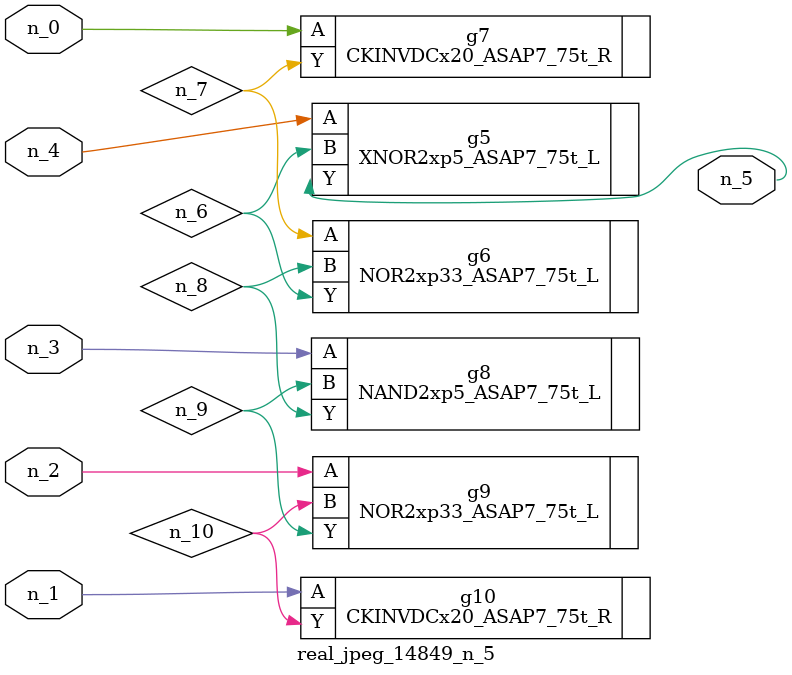
<source format=v>
module real_jpeg_14849_n_5 (n_4, n_0, n_1, n_2, n_3, n_5);

input n_4;
input n_0;
input n_1;
input n_2;
input n_3;

output n_5;

wire n_8;
wire n_6;
wire n_7;
wire n_10;
wire n_9;

CKINVDCx20_ASAP7_75t_R g7 ( 
.A(n_0),
.Y(n_7)
);

CKINVDCx20_ASAP7_75t_R g10 ( 
.A(n_1),
.Y(n_10)
);

NOR2xp33_ASAP7_75t_L g9 ( 
.A(n_2),
.B(n_10),
.Y(n_9)
);

NAND2xp5_ASAP7_75t_L g8 ( 
.A(n_3),
.B(n_9),
.Y(n_8)
);

XNOR2xp5_ASAP7_75t_L g5 ( 
.A(n_4),
.B(n_6),
.Y(n_5)
);

NOR2xp33_ASAP7_75t_L g6 ( 
.A(n_7),
.B(n_8),
.Y(n_6)
);


endmodule
</source>
